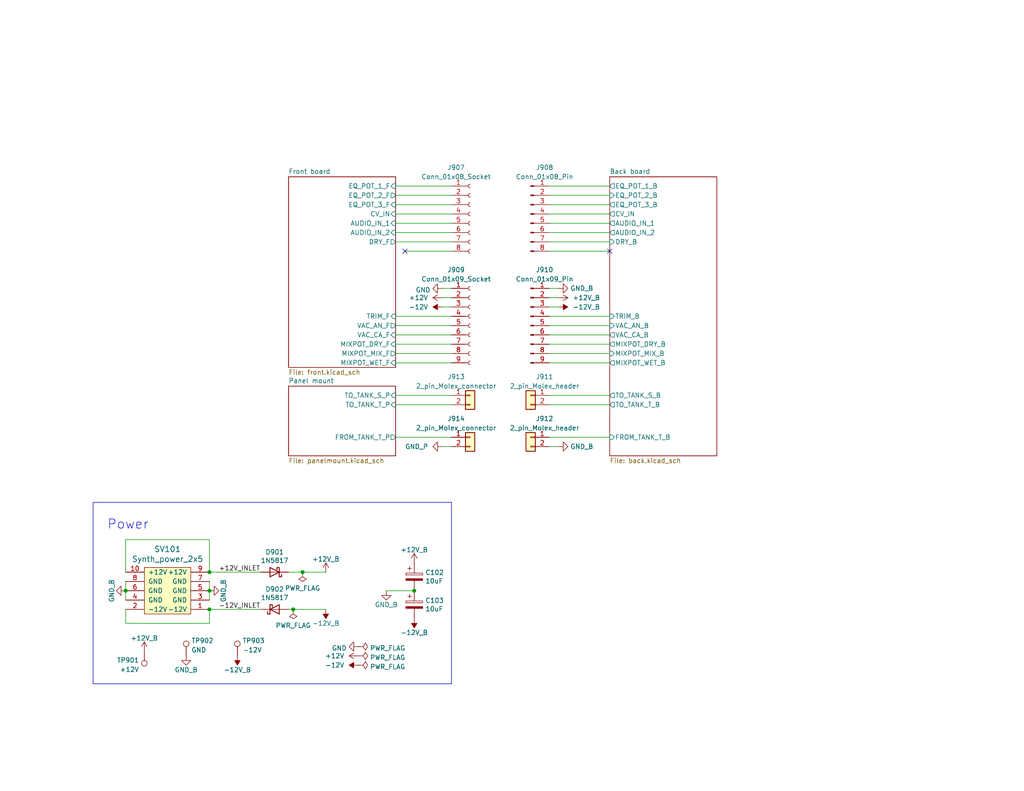
<source format=kicad_sch>
(kicad_sch (version 20230121) (generator eeschema)
  (paper "USLetter")
  (title_block (title "Spring Reverb Rev 2") (company "Music Thing Modular") (comment 1 "Kosmo version by Rich Holmes"))
  (lib_symbols
    (symbol "AO_symbols:1N5817" (pin_numbers hide) (pin_names (offset 1.016) hide)
      (property "Reference" "D" (at 0 2.54 0))
      (property "Value" "1N5817" (at 0 -2.54 0))
      (symbol "1N5817_0_1"
        (polyline (pts (xy 1.27 0) (xy -1.27 0)))
        (polyline (pts (xy 1.27 1.27) (xy 1.27 -1.27) (xy -1.27 0) (xy 1.27 1.27)) (stroke (width 0.254)))
        (polyline (pts (xy -1.905 0.635) (xy -1.905 1.27) (xy -1.27 1.27) (xy -1.27 -1.27) (xy -0.635 -1.27) (xy -0.635 -0.635)) (stroke (width 0.254)))
      )
      (symbol "1N5817_1_1"
        (pin passive line (at -3.81 0 0) (length 2.54) (name "K") (number "1"))
        (pin passive line (at 3.81 0 180) (length 2.54) (name "A") (number "2"))
      )
    )
    (symbol "AO_symbols:2_pin_Molex_connector" (pin_names (offset 1.016) hide) (on_board no)
      (property "Reference" "J" (at 0 2.54 0))
      (property "Value" "2_pin_Molex_connector" (at 0 -5.08 0))
      (symbol "2_pin_Molex_connector_1_1"
        (rectangle (start -1.27 -2.413) (end 0 -2.667) (stroke (width 0.1524)))
        (rectangle (start -1.27 0.127) (end 0 -0.127) (stroke (width 0.1524)))
        (rectangle (start -1.27 1.27) (end 1.27 -3.81) (stroke (width 0.254)) (fill (type background)))
        (pin passive line (at -5.08 0 0) (length 3.81) (name "Pin_1") (number "1"))
        (pin passive line (at -5.08 -2.54 0) (length 3.81) (name "Pin_2") (number "2"))
      )
    )
    (symbol "AO_symbols:2_pin_Molex_header" (pin_names (offset 1.016) hide)
      (property "Reference" "J" (at 0 2.54 0))
      (property "Value" "2_pin_Molex_header" (at 0 -5.08 0))
      (symbol "2_pin_Molex_header_1_1"
        (rectangle (start -1.27 -2.413) (end 0 -2.667) (stroke (width 0.1524)))
        (rectangle (start -1.27 0.127) (end 0 -0.127) (stroke (width 0.1524)))
        (rectangle (start -1.27 1.27) (end 1.27 -3.81) (stroke (width 0.254)) (fill (type background)))
        (pin passive line (at -5.08 0 0) (length 3.81) (name "Pin_1") (number "1"))
        (pin passive line (at -5.08 -2.54 0) (length 3.81) (name "Pin_2") (number "2"))
      )
    )
    (symbol "AO_symbols:CP" (pin_numbers hide) (pin_names (offset 0.254))
      (property "Reference" "C" (at 0.635 2.54 0))
      (property "Value" "CP" (at 0.635 -2.54 0))
      (symbol "CP_0_1"
        (rectangle (start -2.286 0.508) (end 2.286 1.016))
        (polyline (pts (xy -1.778 2.286) (xy -0.762 2.286)))
        (polyline (pts (xy -1.27 2.794) (xy -1.27 1.778)))
        (rectangle (start 2.286 -0.508) (end -2.286 -1.016) (fill (type outline)))
      )
      (symbol "CP_1_1"
        (pin passive line (at 0 3.81 270) (length 2.794) (name "~") (number "1"))
        (pin passive line (at 0 -3.81 90) (length 2.794) (name "~") (number "2"))
      )
    )
    (symbol "AO_symbols:Synth_power_2x5" (pin_names (offset 1.016))
      (property "Reference" "J" (at 0 -7.62 0))
      (property "Value" "Synth_power_2x5" (at 0 7.62 0))
      (symbol "Synth_power_2x5_0_1"
        (rectangle (start -6.35 6.35) (end 6.35 -6.35) (fill (type background)))
      )
      (symbol "Synth_power_2x5_1_1"
        (pin power_out line (at 11.43 -5.08 180) (length 5.08) (name "-12V") (number "1"))
        (pin passive line (at -11.43 5.08 0) (length 5.08) (name "+12V") (number "10"))
        (pin passive line (at -11.43 -5.08 0) (length 5.08) (name "-12V") (number "2"))
        (pin power_out line (at 11.43 -2.54 180) (length 5.08) (name "GND") (number "3"))
        (pin passive line (at -11.43 -2.54 0) (length 5.08) (name "GND") (number "4"))
        (pin passive line (at 11.43 0 180) (length 5.08) (name "GND") (number "5"))
        (pin passive line (at -11.43 0 0) (length 5.08) (name "GND") (number "6"))
        (pin passive line (at 11.43 2.54 180) (length 5.08) (name "GND") (number "7"))
        (pin passive line (at -11.43 2.54 0) (length 5.08) (name "GND") (number "8"))
        (pin power_out line (at 11.43 5.08 180) (length 5.08) (name "+12V") (number "9"))
      )
    )
    (symbol "AO_symbols:TestPoint" (pin_numbers hide) (pin_names (offset 0.762) hide) (in_bom no)
      (property "Reference" "TP" (at 0 6.858 0))
      (property "Value" "TestPoint" (at 0 5.08 0))
      (symbol "TestPoint_0_1"
        (circle (center 0 3.302) (radius 0.762))
      )
      (symbol "TestPoint_1_1"
        (pin passive line (at 0 0 90) (length 2.54) (name "1") (number "1"))
      )
    )
    (symbol "Connector:Conn_01x08_Pin" (pin_names (offset 1.016) hide)
      (property "Reference" "J" (at 0 10.16 0))
      (property "Value" "Conn_01x08_Pin" (at 0 -12.7 0))
      (symbol "Conn_01x08_Pin_1_1"
        (polyline (pts (xy 1.27 -10.16) (xy 0.8636 -10.16)) (stroke (width 0.1524)))
        (polyline (pts (xy 1.27 -7.62) (xy 0.8636 -7.62)) (stroke (width 0.1524)))
        (polyline (pts (xy 1.27 -5.08) (xy 0.8636 -5.08)) (stroke (width 0.1524)))
        (polyline (pts (xy 1.27 -2.54) (xy 0.8636 -2.54)) (stroke (width 0.1524)))
        (polyline (pts (xy 1.27 0) (xy 0.8636 0)) (stroke (width 0.1524)))
        (polyline (pts (xy 1.27 2.54) (xy 0.8636 2.54)) (stroke (width 0.1524)))
        (polyline (pts (xy 1.27 5.08) (xy 0.8636 5.08)) (stroke (width 0.1524)))
        (polyline (pts (xy 1.27 7.62) (xy 0.8636 7.62)) (stroke (width 0.1524)))
        (rectangle (start 0.8636 -10.033) (end 0 -10.287) (stroke (width 0.1524)) (fill (type outline)))
        (rectangle (start 0.8636 -7.493) (end 0 -7.747) (stroke (width 0.1524)) (fill (type outline)))
        (rectangle (start 0.8636 -4.953) (end 0 -5.207) (stroke (width 0.1524)) (fill (type outline)))
        (rectangle (start 0.8636 -2.413) (end 0 -2.667) (stroke (width 0.1524)) (fill (type outline)))
        (rectangle (start 0.8636 0.127) (end 0 -0.127) (stroke (width 0.1524)) (fill (type outline)))
        (rectangle (start 0.8636 2.667) (end 0 2.413) (stroke (width 0.1524)) (fill (type outline)))
        (rectangle (start 0.8636 5.207) (end 0 4.953) (stroke (width 0.1524)) (fill (type outline)))
        (rectangle (start 0.8636 7.747) (end 0 7.493) (stroke (width 0.1524)) (fill (type outline)))
        (pin passive line (at 5.08 7.62 180) (length 3.81) (name "Pin_1") (number "1"))
        (pin passive line (at 5.08 5.08 180) (length 3.81) (name "Pin_2") (number "2"))
        (pin passive line (at 5.08 2.54 180) (length 3.81) (name "Pin_3") (number "3"))
        (pin passive line (at 5.08 0 180) (length 3.81) (name "Pin_4") (number "4"))
        (pin passive line (at 5.08 -2.54 180) (length 3.81) (name "Pin_5") (number "5"))
        (pin passive line (at 5.08 -5.08 180) (length 3.81) (name "Pin_6") (number "6"))
        (pin passive line (at 5.08 -7.62 180) (length 3.81) (name "Pin_7") (number "7"))
        (pin passive line (at 5.08 -10.16 180) (length 3.81) (name "Pin_8") (number "8"))
      )
    )
    (symbol "Connector:Conn_01x08_Socket" (pin_names (offset 1.016) hide)
      (property "Reference" "J" (at 0 10.16 0))
      (property "Value" "Conn_01x08_Socket" (at 0 -12.7 0))
      (symbol "Conn_01x08_Socket_1_1"
        (arc (start 0 -9.652) (mid -0.5058 -10.16) (end 0 -10.668) (stroke (width 0.1524)))
        (arc (start 0 -7.112) (mid -0.5058 -7.62) (end 0 -8.128) (stroke (width 0.1524)))
        (arc (start 0 -4.572) (mid -0.5058 -5.08) (end 0 -5.588) (stroke (width 0.1524)))
        (arc (start 0 -2.032) (mid -0.5058 -2.54) (end 0 -3.048) (stroke (width 0.1524)))
        (polyline (pts (xy -1.27 -10.16) (xy -0.508 -10.16)) (stroke (width 0.1524)))
        (polyline (pts (xy -1.27 -7.62) (xy -0.508 -7.62)) (stroke (width 0.1524)))
        (polyline (pts (xy -1.27 -5.08) (xy -0.508 -5.08)) (stroke (width 0.1524)))
        (polyline (pts (xy -1.27 -2.54) (xy -0.508 -2.54)) (stroke (width 0.1524)))
        (polyline (pts (xy -1.27 0) (xy -0.508 0)) (stroke (width 0.1524)))
        (polyline (pts (xy -1.27 2.54) (xy -0.508 2.54)) (stroke (width 0.1524)))
        (polyline (pts (xy -1.27 5.08) (xy -0.508 5.08)) (stroke (width 0.1524)))
        (polyline (pts (xy -1.27 7.62) (xy -0.508 7.62)) (stroke (width 0.1524)))
        (arc (start 0 0.508) (mid -0.5058 0) (end 0 -0.508) (stroke (width 0.1524)))
        (arc (start 0 3.048) (mid -0.5058 2.54) (end 0 2.032) (stroke (width 0.1524)))
        (arc (start 0 5.588) (mid -0.5058 5.08) (end 0 4.572) (stroke (width 0.1524)))
        (arc (start 0 8.128) (mid -0.5058 7.62) (end 0 7.112) (stroke (width 0.1524)))
        (pin passive line (at -5.08 7.62 0) (length 3.81) (name "Pin_1") (number "1"))
        (pin passive line (at -5.08 5.08 0) (length 3.81) (name "Pin_2") (number "2"))
        (pin passive line (at -5.08 2.54 0) (length 3.81) (name "Pin_3") (number "3"))
        (pin passive line (at -5.08 0 0) (length 3.81) (name "Pin_4") (number "4"))
        (pin passive line (at -5.08 -2.54 0) (length 3.81) (name "Pin_5") (number "5"))
        (pin passive line (at -5.08 -5.08 0) (length 3.81) (name "Pin_6") (number "6"))
        (pin passive line (at -5.08 -7.62 0) (length 3.81) (name "Pin_7") (number "7"))
        (pin passive line (at -5.08 -10.16 0) (length 3.81) (name "Pin_8") (number "8"))
      )
    )
    (symbol "Connector:Conn_01x09_Pin" (pin_names (offset 1.016) hide)
      (property "Reference" "J" (at 0 12.7 0))
      (property "Value" "Conn_01x09_Pin" (at 0 -12.7 0))
      (symbol "Conn_01x09_Pin_1_1"
        (polyline (pts (xy 1.27 -10.16) (xy 0.8636 -10.16)) (stroke (width 0.1524)))
        (polyline (pts (xy 1.27 -7.62) (xy 0.8636 -7.62)) (stroke (width 0.1524)))
        (polyline (pts (xy 1.27 -5.08) (xy 0.8636 -5.08)) (stroke (width 0.1524)))
        (polyline (pts (xy 1.27 -2.54) (xy 0.8636 -2.54)) (stroke (width 0.1524)))
        (polyline (pts (xy 1.27 0) (xy 0.8636 0)) (stroke (width 0.1524)))
        (polyline (pts (xy 1.27 2.54) (xy 0.8636 2.54)) (stroke (width 0.1524)))
        (polyline (pts (xy 1.27 5.08) (xy 0.8636 5.08)) (stroke (width 0.1524)))
        (polyline (pts (xy 1.27 7.62) (xy 0.8636 7.62)) (stroke (width 0.1524)))
        (polyline (pts (xy 1.27 10.16) (xy 0.8636 10.16)) (stroke (width 0.1524)))
        (rectangle (start 0.8636 -10.033) (end 0 -10.287) (stroke (width 0.1524)) (fill (type outline)))
        (rectangle (start 0.8636 -7.493) (end 0 -7.747) (stroke (width 0.1524)) (fill (type outline)))
        (rectangle (start 0.8636 -4.953) (end 0 -5.207) (stroke (width 0.1524)) (fill (type outline)))
        (rectangle (start 0.8636 -2.413) (end 0 -2.667) (stroke (width 0.1524)) (fill (type outline)))
        (rectangle (start 0.8636 0.127) (end 0 -0.127) (stroke (width 0.1524)) (fill (type outline)))
        (rectangle (start 0.8636 2.667) (end 0 2.413) (stroke (width 0.1524)) (fill (type outline)))
        (rectangle (start 0.8636 5.207) (end 0 4.953) (stroke (width 0.1524)) (fill (type outline)))
        (rectangle (start 0.8636 7.747) (end 0 7.493) (stroke (width 0.1524)) (fill (type outline)))
        (rectangle (start 0.8636 10.287) (end 0 10.033) (stroke (width 0.1524)) (fill (type outline)))
        (pin passive line (at 5.08 10.16 180) (length 3.81) (name "Pin_1") (number "1"))
        (pin passive line (at 5.08 7.62 180) (length 3.81) (name "Pin_2") (number "2"))
        (pin passive line (at 5.08 5.08 180) (length 3.81) (name "Pin_3") (number "3"))
        (pin passive line (at 5.08 2.54 180) (length 3.81) (name "Pin_4") (number "4"))
        (pin passive line (at 5.08 0 180) (length 3.81) (name "Pin_5") (number "5"))
        (pin passive line (at 5.08 -2.54 180) (length 3.81) (name "Pin_6") (number "6"))
        (pin passive line (at 5.08 -5.08 180) (length 3.81) (name "Pin_7") (number "7"))
        (pin passive line (at 5.08 -7.62 180) (length 3.81) (name "Pin_8") (number "8"))
        (pin passive line (at 5.08 -10.16 180) (length 3.81) (name "Pin_9") (number "9"))
      )
    )
    (symbol "Connector:Conn_01x09_Socket" (pin_names (offset 1.016) hide)
      (property "Reference" "J" (at 0 12.7 0))
      (property "Value" "Conn_01x09_Socket" (at 0 -12.7 0))
      (symbol "Conn_01x09_Socket_1_1"
        (arc (start 0 -9.652) (mid -0.5058 -10.16) (end 0 -10.668) (stroke (width 0.1524)))
        (arc (start 0 -7.112) (mid -0.5058 -7.62) (end 0 -8.128) (stroke (width 0.1524)))
        (arc (start 0 -4.572) (mid -0.5058 -5.08) (end 0 -5.588) (stroke (width 0.1524)))
        (arc (start 0 -2.032) (mid -0.5058 -2.54) (end 0 -3.048) (stroke (width 0.1524)))
        (polyline (pts (xy -1.27 -10.16) (xy -0.508 -10.16)) (stroke (width 0.1524)))
        (polyline (pts (xy -1.27 -7.62) (xy -0.508 -7.62)) (stroke (width 0.1524)))
        (polyline (pts (xy -1.27 -5.08) (xy -0.508 -5.08)) (stroke (width 0.1524)))
        (polyline (pts (xy -1.27 -2.54) (xy -0.508 -2.54)) (stroke (width 0.1524)))
        (polyline (pts (xy -1.27 0) (xy -0.508 0)) (stroke (width 0.1524)))
        (polyline (pts (xy -1.27 2.54) (xy -0.508 2.54)) (stroke (width 0.1524)))
        (polyline (pts (xy -1.27 5.08) (xy -0.508 5.08)) (stroke (width 0.1524)))
        (polyline (pts (xy -1.27 7.62) (xy -0.508 7.62)) (stroke (width 0.1524)))
        (polyline (pts (xy -1.27 10.16) (xy -0.508 10.16)) (stroke (width 0.1524)))
        (arc (start 0 0.508) (mid -0.5058 0) (end 0 -0.508) (stroke (width 0.1524)))
        (arc (start 0 3.048) (mid -0.5058 2.54) (end 0 2.032) (stroke (width 0.1524)))
        (arc (start 0 5.588) (mid -0.5058 5.08) (end 0 4.572) (stroke (width 0.1524)))
        (arc (start 0 8.128) (mid -0.5058 7.62) (end 0 7.112) (stroke (width 0.1524)))
        (arc (start 0 10.668) (mid -0.5058 10.16) (end 0 9.652) (stroke (width 0.1524)))
        (pin passive line (at -5.08 10.16 0) (length 3.81) (name "Pin_1") (number "1"))
        (pin passive line (at -5.08 7.62 0) (length 3.81) (name "Pin_2") (number "2"))
        (pin passive line (at -5.08 5.08 0) (length 3.81) (name "Pin_3") (number "3"))
        (pin passive line (at -5.08 2.54 0) (length 3.81) (name "Pin_4") (number "4"))
        (pin passive line (at -5.08 0 0) (length 3.81) (name "Pin_5") (number "5"))
        (pin passive line (at -5.08 -2.54 0) (length 3.81) (name "Pin_6") (number "6"))
        (pin passive line (at -5.08 -5.08 0) (length 3.81) (name "Pin_7") (number "7"))
        (pin passive line (at -5.08 -7.62 0) (length 3.81) (name "Pin_8") (number "8"))
        (pin passive line (at -5.08 -10.16 0) (length 3.81) (name "Pin_9") (number "9"))
      )
    )
    (symbol "aaaSpringReverb:+12V_B" (power) (pin_names (offset 0))
      (property "Value" "+12V_B" (at 0 3.556 0))
      (symbol "+12V_B_0_1"
        (polyline (pts (xy -0.762 1.27) (xy 0 2.54)))
        (polyline (pts (xy 0 0) (xy 0 2.54)))
        (polyline (pts (xy 0 2.54) (xy 0.762 1.27)))
      )
      (symbol "+12V_B_1_1"
        (pin power_in line (at 0 0 90) (length 0) hide (name "+12V_B") (number "1"))
      )
    )
    (symbol "aaaSpringReverb:-12V_B" (power) (pin_names (offset 0))
      (property "Value" "-12V_B" (at 0 3.81 0))
      (symbol "-12V_B_0_0"
        (pin power_in line (at 0 0 90) (length 0) hide (name "-12V_B") (number "1"))
      )
      (symbol "-12V_B_0_1"
        (polyline (pts (xy 0 0) (xy 0 1.27) (xy 0.762 1.27) (xy 0 2.54) (xy -0.762 1.27) (xy 0 1.27)) (fill (type outline)))
      )
    )
    (symbol "aaaSpringReverb:GND_B" (power) (pin_names (offset 0))
      (property "Value" "GND_B" (at 0 -3.81 0))
      (symbol "GND_B_0_1"
        (polyline (pts (xy 0 0) (xy 0 -1.27) (xy 1.27 -1.27) (xy 0 -2.54) (xy -1.27 -1.27) (xy 0 -1.27)))
      )
      (symbol "GND_B_1_1"
        (pin power_in line (at 0 0 270) (length 0) hide (name "GND_B") (number "1"))
      )
    )
    (symbol "aaaSpringReverb:GND_P" (power) (pin_names (offset 0))
      (property "Value" "GND_P" (at 0 -3.81 0))
      (symbol "GND_P_0_1"
        (polyline (pts (xy 0 0) (xy 0 -1.27) (xy 1.27 -1.27) (xy 0 -2.54) (xy -1.27 -1.27) (xy 0 -1.27)))
      )
      (symbol "GND_P_1_1"
        (pin power_in line (at 0 0 270) (length 0) hide (name "GND_P") (number "1"))
      )
    )
    (symbol "power:+12V" (power) (pin_names (offset 0))
      (property "Value" "+12V" (at 0 3.556 0))
      (symbol "+12V_0_1"
        (polyline (pts (xy -0.762 1.27) (xy 0 2.54)))
        (polyline (pts (xy 0 0) (xy 0 2.54)))
        (polyline (pts (xy 0 2.54) (xy 0.762 1.27)))
      )
      (symbol "+12V_1_1"
        (pin power_in line (at 0 0 90) (length 0) hide (name "+12V") (number "1"))
      )
    )
    (symbol "power:-12V" (power) (pin_names (offset 0))
      (property "Value" "-12V" (at 0 3.81 0))
      (symbol "-12V_0_0"
        (pin power_in line (at 0 0 90) (length 0) hide (name "-12V") (number "1"))
      )
      (symbol "-12V_0_1"
        (polyline (pts (xy 0 0) (xy 0 1.27) (xy 0.762 1.27) (xy 0 2.54) (xy -0.762 1.27) (xy 0 1.27)) (fill (type outline)))
      )
    )
    (symbol "power:GND" (power) (pin_names (offset 0))
      (property "Value" "GND" (at 0 -3.81 0))
      (symbol "GND_0_1"
        (polyline (pts (xy 0 0) (xy 0 -1.27) (xy 1.27 -1.27) (xy 0 -2.54) (xy -1.27 -1.27) (xy 0 -1.27)))
      )
      (symbol "GND_1_1"
        (pin power_in line (at 0 0 270) (length 0) hide (name "GND") (number "1"))
      )
    )
    (symbol "power:PWR_FLAG" (power) (pin_numbers hide) (pin_names (offset 0) hide)
      (property "Value" "PWR_FLAG" (at 0 3.81 0))
      (symbol "PWR_FLAG_0_0"
        (pin power_out line (at 0 0 90) (length 0) (name "pwr") (number "1"))
      )
      (symbol "PWR_FLAG_0_1"
        (polyline (pts (xy 0 0) (xy 0 1.27) (xy -1.016 1.905) (xy 0 2.54) (xy 1.016 1.905) (xy 0 1.27)))
      )
    )
  )
  (junction (at 113.03 161.29))
  (junction (at 57.15 166.37))
  (junction (at 57.15 156.21))
  (junction (at 57.15 161.29))
  (junction (at 34.29 161.29))
  (junction (at 82.55 156.21))
  (junction (at 80.01 166.37))
  (no_connect (at 110.49 68.58))
  (no_connect (at 166.37 68.58))
  (wire (pts (xy 107.95 53.34) (xy 123.19 53.34)))
  (wire (pts (xy 34.29 156.21) (xy 34.29 147.32)))
  (wire (pts (xy 149.86 121.92) (xy 152.4 121.92)))
  (wire (pts (xy 107.95 66.04) (xy 123.19 66.04)))
  (wire (pts (xy 34.29 158.75) (xy 34.29 161.29)))
  (wire (pts (xy 149.86 83.82) (xy 152.4 83.82)))
  (wire (pts (xy 34.29 161.29) (xy 34.29 163.83)))
  (wire (pts (xy 107.95 107.95) (xy 123.19 107.95)))
  (wire (pts (xy 149.86 50.8) (xy 166.37 50.8)))
  (wire (pts (xy 149.86 60.96) (xy 166.37 60.96)))
  (polyline (pts (xy 123.19 186.69) (xy 25.4 186.69)))
  (wire (pts (xy 149.86 93.98) (xy 166.37 93.98)))
  (wire (pts (xy 149.86 107.95) (xy 166.37 107.95)))
  (wire (pts (xy 78.74 156.21) (xy 82.55 156.21)))
  (wire (pts (xy 107.95 91.44) (xy 123.19 91.44)))
  (wire (pts (xy 110.49 68.58) (xy 123.19 68.58)))
  (wire (pts (xy 80.01 166.37) (xy 88.9 166.37)))
  (wire (pts (xy 149.86 96.52) (xy 166.37 96.52)))
  (wire (pts (xy 107.95 88.9) (xy 123.19 88.9)))
  (polyline (pts (xy 25.4 137.16) (xy 27.94 137.16)))
  (wire (pts (xy 107.95 93.98) (xy 123.19 93.98)))
  (wire (pts (xy 120.65 121.92) (xy 123.19 121.92)))
  (wire (pts (xy 149.86 110.49) (xy 166.37 110.49)))
  (wire (pts (xy 107.95 110.49) (xy 123.19 110.49)))
  (wire (pts (xy 34.29 170.18) (xy 57.15 170.18)))
  (polyline (pts (xy 123.19 137.16) (xy 123.19 186.69)))
  (wire (pts (xy 149.86 99.06) (xy 166.37 99.06)))
  (polyline (pts (xy 25.4 186.69) (xy 25.4 137.16)))
  (wire (pts (xy 149.86 119.38) (xy 166.37 119.38)))
  (wire (pts (xy 57.15 147.32) (xy 57.15 156.21)))
  (wire (pts (xy 149.86 68.58) (xy 166.37 68.58)))
  (wire (pts (xy 34.29 166.37) (xy 34.29 170.18)))
  (wire (pts (xy 107.95 58.42) (xy 123.19 58.42)))
  (wire (pts (xy 78.74 166.37) (xy 80.01 166.37)))
  (wire (pts (xy 57.15 156.21) (xy 71.12 156.21)))
  (wire (pts (xy 105.41 161.29) (xy 113.03 161.29)))
  (wire (pts (xy 107.95 50.8) (xy 123.19 50.8)))
  (wire (pts (xy 123.19 78.74) (xy 120.65 78.74)))
  (wire (pts (xy 107.95 86.36) (xy 123.19 86.36)))
  (wire (pts (xy 149.86 88.9) (xy 166.37 88.9)))
  (wire (pts (xy 82.55 156.21) (xy 88.9 156.21)))
  (wire (pts (xy 107.95 99.06) (xy 123.19 99.06)))
  (wire (pts (xy 107.95 63.5) (xy 123.19 63.5)))
  (wire (pts (xy 57.15 166.37) (xy 71.12 166.37)))
  (wire (pts (xy 123.19 81.28) (xy 120.65 81.28)))
  (wire (pts (xy 34.29 147.32) (xy 57.15 147.32)))
  (wire (pts (xy 107.95 55.88) (xy 123.19 55.88)))
  (polyline (pts (xy 27.94 137.16) (xy 123.19 137.16)))
  (wire (pts (xy 149.86 53.34) (xy 166.37 53.34)))
  (wire (pts (xy 149.86 58.42) (xy 166.37 58.42)))
  (wire (pts (xy 149.86 63.5) (xy 166.37 63.5)))
  (wire (pts (xy 149.86 78.74) (xy 152.4 78.74)))
  (wire (pts (xy 107.95 60.96) (xy 123.19 60.96)))
  (wire (pts (xy 107.95 119.38) (xy 123.19 119.38)))
  (wire (pts (xy 149.86 91.44) (xy 166.37 91.44)))
  (wire (pts (xy 57.15 170.18) (xy 57.15 166.37)))
  (wire (pts (xy 57.15 158.75) (xy 57.15 161.29)))
  (wire (pts (xy 149.86 55.88) (xy 166.37 55.88)))
  (wire (pts (xy 107.95 96.52) (xy 123.19 96.52)))
  (wire (pts (xy 149.86 66.04) (xy 166.37 66.04)))
  (wire (pts (xy 123.19 83.82) (xy 120.65 83.82)))
  (wire (pts (xy 149.86 81.28) (xy 152.4 81.28)))
  (wire (pts (xy 149.86 86.36) (xy 166.37 86.36)))
  (wire (pts (xy 57.15 161.29) (xy 57.15 163.83)))
  (text "Power" (at 29.21 144.78 0) (effects (font (size 2.54 2.54)) (justify left bottom)))
  (label "-12V_INLET" (at 59.69 166.37 0))
  (label "+12V_INLET" (at 59.69 156.21 0))
  (symbol (lib_id "AO_symbols:2_pin_Molex_header") (at 144.78 107.95 0) (mirror y) (unit 1)
    (property "Reference" "J911" (at 148.59 102.87 0))
    (property "Value" "2_pin_Molex_header" (at 148.59 105.41 0))
    (property "Footprint" "AO_tht:Molex_KK-254_AE-6410-02A_1x02_P2.54mm_Vertical" (effects hide))
    (property "Vendor" "Tayda" (effects hide))
    (property "SKU" "A-804" (effects hide))
  )
  (symbol (lib_id "AO_symbols:CP") (at 113.03 165.1 0) (unit 1)
    (property "Reference" "C103" (at 116.0272 163.9316 0) (effects (justify left)))
    (property "Value" "10uF" (at 116.0272 166.243 0) (effects (justify left)))
    (property "Footprint" "AO_tht:CP_Radial_D6.3mm_P2.50mm" (effects hide))
    (property "Vendor" "Tayda" (effects hide))
    (property "SKU" "A-4349" (effects hide))
    (property "Description" "Electrolytic capacitor, 2.5 mm pitch" (effects hide))
  )
  (symbol (lib_id "power:PWR_FLAG") (at 97.79 179.07 270) (unit 1)
    (property "Reference" "#FLG0902" (effects hide))
    (property "Value" "PWR_FLAG" (at 100.965 179.5038 90) (effects (justify left)))
  )
  (symbol (lib_id "Connector:Conn_01x09_Pin") (at 144.78 88.9 0) (unit 1)
    (property "Reference" "J910" (at 148.59 73.66 0))
    (property "Value" "Conn_01x09_Pin" (at 148.59 76.2 0))
    (property "Footprint" "Connector_PinHeader_2.54mm:PinHeader_1x09_P2.54mm_Vertical" (effects hide))
  )
  (symbol (lib_id "Connector:Conn_01x08_Pin") (at 144.78 58.42 0) (unit 1)
    (property "Reference" "J908" (at 148.59 45.72 0))
    (property "Value" "Conn_01x08_Pin" (at 148.59 48.26 0))
    (property "Footprint" "Connector_PinHeader_2.54mm:PinHeader_1x08_P2.54mm_Vertical" (effects hide))
  )
  (symbol (lib_id "aaaSpringReverb:GND_B") (at 34.29 161.29 270) (unit 1)
    (property "Reference" "#PWR0126" (effects hide))
    (property "Value" "GND_B" (at 30.48 161.29 0))
  )
  (symbol (lib_id "AO_symbols:TestPoint") (at 39.37 177.8 0) (mirror x) (unit 1) (in_bom no)
    (property "Reference" "TP901" (at 37.973 180.2673 0) (effects (justify right)))
    (property "Value" "+12V" (at 37.973 182.8042 0) (effects (justify right)))
    (property "Footprint" "AO_tht:TestPoint_THTPad_D1.5mm_Drill0.7mm" (effects hide))
    (property "Config" "DNF" (effects hide))
  )
  (symbol (lib_id "aaaSpringReverb:GND_P") (at 120.65 121.92 270) (unit 1)
    (property "Reference" "#PWR0908" (effects hide))
    (property "Value" "GND_P" (at 116.84 121.92 90) (effects (justify right)))
  )
  (symbol (lib_id "power:+12V") (at 120.65 81.28 90) (mirror x) (unit 1)
    (property "Reference" "#PWR0133" (effects hide))
    (property "Value" "+12V" (at 116.84 81.28 90) (effects (justify left)))
  )
  (symbol (lib_id "Connector:Conn_01x08_Socket") (at 128.27 58.42 0) (unit 1)
    (property "Reference" "J907" (at 124.46 45.72 0))
    (property "Value" "Conn_01x08_Socket" (at 124.46 48.26 0))
    (property "Footprint" "Connector_PinSocket_2.54mm:PinSocket_1x08_P2.54mm_Vertical" (effects hide))
  )
  (symbol (lib_id "power:PWR_FLAG") (at 82.55 156.21 0) (mirror x) (unit 1)
    (property "Reference" "#FLG0102" (effects hide))
    (property "Value" "PWR_FLAG" (at 82.55 160.6042 0))
  )
  (symbol (lib_id "power:-12V") (at 97.79 181.61 90) (mirror x) (unit 1)
    (property "Reference" "#PWR0903" (effects hide))
    (property "Value" "-12V" (at 93.98 181.61 90) (effects (justify left)))
  )
  (symbol (lib_id "AO_symbols:Synth_power_2x5") (at 45.72 161.29 0) (unit 1)
    (property "Reference" "SV101" (at 45.72 149.9362 0) (effects (font (size 1.524 1.524))))
    (property "Value" "Synth_power_2x5" (at 45.72 152.6286 0) (effects (font (size 1.524 1.524))))
    (property "Footprint" "AO_tht:Power_Header" (effects hide))
    (property "Vendor" "Tayda" (effects hide))
    (property "SKU" "A-2939" (effects hide))
  )
  (symbol (lib_id "aaaSpringReverb:+12V_B") (at 152.4 81.28 270) (unit 1)
    (property "Reference" "#PWR0135" (effects hide))
    (property "Value" "+12V_B" (at 156.21 81.28 90) (effects (justify left)))
  )
  (symbol (lib_id "aaaSpringReverb:-12V_B") (at 64.77 179.07 180) (unit 1)
    (property "Reference" "#PWR0129" (effects hide))
    (property "Value" "-12V_B" (at 64.77 182.88 0))
  )
  (symbol (lib_id "power:PWR_FLAG") (at 97.79 181.61 270) (unit 1)
    (property "Reference" "#FLG0903" (effects hide))
    (property "Value" "PWR_FLAG" (at 100.965 182.0438 90) (effects (justify left)))
  )
  (symbol (lib_id "aaaSpringReverb:-12V_B") (at 88.9 166.37 180) (unit 1)
    (property "Reference" "#PWR0118" (effects hide))
    (property "Value" "-12V_B" (at 88.9 170.18 0))
  )
  (symbol (lib_id "aaaSpringReverb:GND_B") (at 57.15 161.29 90) (unit 1)
    (property "Reference" "#PWR0127" (effects hide))
    (property "Value" "GND_B" (at 60.96 161.29 0))
  )
  (symbol (lib_id "power:PWR_FLAG") (at 97.79 176.53 270) (unit 1)
    (property "Reference" "#FLG0901" (effects hide))
    (property "Value" "PWR_FLAG" (at 100.965 176.9638 90) (effects (justify left)))
  )
  (symbol (lib_id "power:+12V") (at 97.79 179.07 90) (mirror x) (unit 1)
    (property "Reference" "#PWR0902" (effects hide))
    (property "Value" "+12V" (at 93.98 179.07 90) (effects (justify left)))
  )
  (symbol (lib_id "AO_symbols:2_pin_Molex_header") (at 144.78 119.38 0) (mirror y) (unit 1)
    (property "Reference" "J912" (at 148.59 114.3 0))
    (property "Value" "2_pin_Molex_header" (at 148.59 116.84 0))
    (property "Footprint" "AO_tht:Molex_KK-254_AE-6410-02A_1x02_P2.54mm_Vertical" (effects hide))
    (property "Vendor" "Tayda" (effects hide))
    (property "SKU" "A-804" (effects hide))
  )
  (symbol (lib_id "aaaSpringReverb:+12V_B") (at 88.9 156.21 0) (unit 1)
    (property "Reference" "#PWR0120" (effects hide))
    (property "Value" "+12V_B" (at 88.9 152.654 0))
  )
  (symbol (lib_id "AO_symbols:1N5817") (at 74.93 166.37 0) (mirror x) (unit 1)
    (property "Reference" "D902" (at 74.93 160.8836 0))
    (property "Value" "1N5817" (at 74.93 163.195 0))
    (property "Footprint" "AO_tht:D_DO-41_SOD81_P10.16mm_Horizontal" (effects hide))
    (property "Vendor" "Tayda" (effects hide))
    (property "SKU" "A-159" (effects hide))
  )
  (symbol (lib_id "power:GND") (at 97.79 176.53 270) (mirror x) (unit 1)
    (property "Reference" "#PWR0901" (effects hide))
    (property "Value" "GND" (at 94.615 176.9638 90) (effects (justify right)))
  )
  (symbol (lib_id "aaaSpringReverb:+12V_B") (at 113.03 153.67 0) (unit 1)
    (property "Reference" "#PWR0122" (effects hide))
    (property "Value" "+12V_B" (at 113.03 150.114 0))
  )
  (symbol (lib_id "aaaSpringReverb:-12V_B") (at 113.03 168.91 180) (unit 1)
    (property "Reference" "#PWR0128" (effects hide))
    (property "Value" "-12V_B" (at 113.03 172.72 0))
  )
  (symbol (lib_id "power:PWR_FLAG") (at 80.01 166.37 0) (mirror x) (unit 1)
    (property "Reference" "#FLG0101" (effects hide))
    (property "Value" "PWR_FLAG" (at 80.01 170.7642 0))
  )
  (symbol (lib_id "Connector:Conn_01x09_Socket") (at 128.27 88.9 0) (unit 1)
    (property "Reference" "J909" (at 124.46 73.66 0))
    (property "Value" "Conn_01x09_Socket" (at 124.46 76.2 0))
    (property "Footprint" "Connector_PinSocket_2.54mm:PinSocket_1x09_P2.54mm_Vertical" (effects hide))
  )
  (symbol (lib_id "aaaSpringReverb:+12V_B") (at 39.37 177.8 0) (unit 1)
    (property "Reference" "#PWR0130" (effects hide))
    (property "Value" "+12V_B" (at 39.37 174.244 0))
  )
  (symbol (lib_id "AO_symbols:CP") (at 113.03 157.48 0) (unit 1)
    (property "Reference" "C102" (at 116.0272 156.3116 0) (effects (justify left)))
    (property "Value" "10uF" (at 116.0272 158.623 0) (effects (justify left)))
    (property "Footprint" "AO_tht:CP_Radial_D6.3mm_P2.50mm" (effects hide))
    (property "Vendor" "Tayda" (effects hide))
    (property "SKU" "A-4349" (effects hide))
    (property "Description" "Electrolytic capacitor, 2.5 mm pitch" (effects hide))
  )
  (symbol (lib_id "aaaSpringReverb:GND_B") (at 152.4 78.74 90) (unit 1)
    (property "Reference" "#PWR0136" (effects hide))
    (property "Value" "GND_B" (at 158.75 78.74 90))
  )
  (symbol (lib_id "AO_symbols:1N5817") (at 74.93 156.21 180) (unit 1)
    (property "Reference" "D901" (at 74.93 150.7236 0))
    (property "Value" "1N5817" (at 74.93 153.035 0))
    (property "Footprint" "AO_tht:D_DO-41_SOD81_P10.16mm_Horizontal" (effects hide))
    (property "Vendor" "Tayda" (effects hide))
    (property "SKU" "A-159" (effects hide))
  )
  (symbol (lib_id "aaaSpringReverb:GND_B") (at 50.8 179.07 0) (unit 1)
    (property "Reference" "#PWR0131" (effects hide))
    (property "Value" "GND_B" (at 50.8 182.88 0))
  )
  (symbol (lib_id "AO_symbols:TestPoint") (at 50.8 179.07 0) (unit 1) (in_bom no)
    (property "Reference" "TP902" (at 52.197 174.9333 0) (effects (justify left)))
    (property "Value" "GND" (at 52.197 177.4702 0) (effects (justify left)))
    (property "Footprint" "AO_tht:TestPoint_THTPad_D1.5mm_Drill0.7mm" (effects hide))
    (property "Config" "DNF" (effects hide))
  )
  (symbol (lib_id "aaaSpringReverb:GND_B") (at 152.4 121.92 90) (unit 1)
    (property "Reference" "#PWR0151" (effects hide))
    (property "Value" "GND_B" (at 158.75 121.92 90))
  )
  (symbol (lib_id "aaaSpringReverb:-12V_B") (at 152.4 83.82 270) (unit 1)
    (property "Reference" "#PWR0137" (effects hide))
    (property "Value" "-12V_B" (at 156.21 83.82 90) (effects (justify left)))
  )
  (symbol (lib_id "power:GND") (at 120.65 78.74 270) (mirror x) (unit 1)
    (property "Reference" "#PWR0132" (effects hide))
    (property "Value" "GND" (at 117.475 79.1738 90) (effects (justify right)))
  )
  (symbol (lib_id "AO_symbols:2_pin_Molex_connector") (at 128.27 107.95 0) (unit 1) (on_board no)
    (property "Reference" "J913" (at 124.46 102.87 0))
    (property "Value" "2_pin_Molex_connector" (at 124.46 105.41 0))
    (property "Footprint" "AO_tht:Molex_KK-254_AE-6410-02A_1x02_P2.54mm_Vertical" (effects hide))
    (property "Vendor" "Tayda" (effects hide))
    (property "SKU" "A-826" (effects hide))
  )
  (symbol (lib_id "AO_symbols:2_pin_Molex_connector") (at 128.27 119.38 0) (unit 1) (on_board no)
    (property "Reference" "J914" (at 124.46 114.3 0))
    (property "Value" "2_pin_Molex_connector" (at 124.46 116.84 0))
    (property "Footprint" "AO_tht:Molex_KK-254_AE-6410-02A_1x02_P2.54mm_Vertical" (effects hide))
    (property "Vendor" "Tayda" (effects hide))
    (property "SKU" "A-826" (effects hide))
  )
  (symbol (lib_id "AO_symbols:TestPoint") (at 64.77 179.07 0) (unit 1) (in_bom no)
    (property "Reference" "TP903" (at 66.167 174.9333 0) (effects (justify left)))
    (property "Value" "-12V" (at 66.167 177.4702 0) (effects (justify left)))
    (property "Footprint" "AO_tht:TestPoint_THTPad_D1.5mm_Drill0.7mm" (effects hide))
    (property "Config" "DNF" (effects hide))
  )
  (symbol (lib_id "aaaSpringReverb:GND_B") (at 105.41 161.29 0) (unit 1)
    (property "Reference" "#PWR0119" (effects hide))
    (property "Value" "GND_B" (at 105.41 165.1 0))
  )
  (symbol (lib_id "power:-12V") (at 120.65 83.82 90) (mirror x) (unit 1)
    (property "Reference" "#PWR0134" (effects hide))
    (property "Value" "-12V" (at 116.84 83.82 90) (effects (justify left)))
  )
  (sheet (at 78.74 48.26) (size 29.21 52.07) (stroke (width 0.1524))
    (property "Sheetname" "Front board" (at 78.74 47.5484 0) (effects (justify left bottom)))
    (property "Sheetfile" "front.kicad_sch" (at 78.74 100.9146 0) (effects (justify left top)))
    (pin "DRY_F" output (at 107.95 66.04 0))
    (pin "EQ_POT_1_F" input (at 107.95 50.8 0))
    (pin "EQ_POT_3_F" input (at 107.95 55.88 0))
    (pin "EQ_POT_2_F" output (at 107.95 53.34 0))
    (pin "VAC_AN_F" output (at 107.95 88.9 0))
    (pin "VAC_CA_F" input (at 107.95 91.44 0))
    (pin "TRIM_F" input (at 107.95 86.36 0))
    (pin "AUDIO_IN_2" input (at 107.95 63.5 0))
    (pin "AUDIO_IN_1" input (at 107.95 60.96 0))
    (pin "CV_IN" input (at 107.95 58.42 0))
    (pin "MIXPOT_DRY_F" input (at 107.95 93.98 0))
    (pin "MIXPOT_WET_F" input (at 107.95 99.06 0))
    (pin "MIXPOT_MIX_F" output (at 107.95 96.52 0))
  )
  (sheet (at 166.37 48.26) (size 29.21 76.2) (stroke (width 0.1524))
    (property "Sheetname" "Back board" (at 166.37 47.5484 0) (effects (justify left bottom)))
    (property "Sheetfile" "back.kicad_sch" (at 166.37 125.0446 0) (effects (justify left top)))
    (pin "DRY_B" input (at 166.37 66.04 180))
    (pin "EQ_POT_3_B" output (at 166.37 55.88 180))
    (pin "EQ_POT_1_B" output (at 166.37 50.8 180))
    (pin "EQ_POT_2_B" input (at 166.37 53.34 180))
    (pin "TRIM_B" input (at 166.37 86.36 180))
    (pin "VAC_AN_B" input (at 166.37 88.9 180))
    (pin "VAC_CA_B" output (at 166.37 91.44 180))
    (pin "AUDIO_IN_1" output (at 166.37 60.96 180))
    (pin "AUDIO_IN_2" output (at 166.37 63.5 180))
    (pin "CV_IN" output (at 166.37 58.42 180))
    (pin "TO_TANK_S_B" output (at 166.37 107.95 180))
    (pin "TO_TANK_T_B" output (at 166.37 110.49 180))
    (pin "FROM_TANK_T_B" input (at 166.37 119.38 180))
    (pin "MIXPOT_WET_B" output (at 166.37 99.06 180))
    (pin "MIXPOT_DRY_B" output (at 166.37 93.98 180))
    (pin "MIXPOT_MIX_B" input (at 166.37 96.52 180))
  )
  (sheet (at 78.74 105.41) (size 29.21 19.05) (stroke (width 0.1524))
    (property "Sheetname" "Panel mount" (at 78.74 104.6984 0) (effects (justify left bottom)))
    (property "Sheetfile" "panelmount.kicad_sch" (at 78.74 125.0446 0) (effects (justify left top)))
    (pin "TO_TANK_S_P" input (at 107.95 107.95 0))
    (pin "TO_TANK_T_P" input (at 107.95 110.49 0))
    (pin "FROM_TANK_T_P" output (at 107.95 119.38 0))
  )
)
</source>
